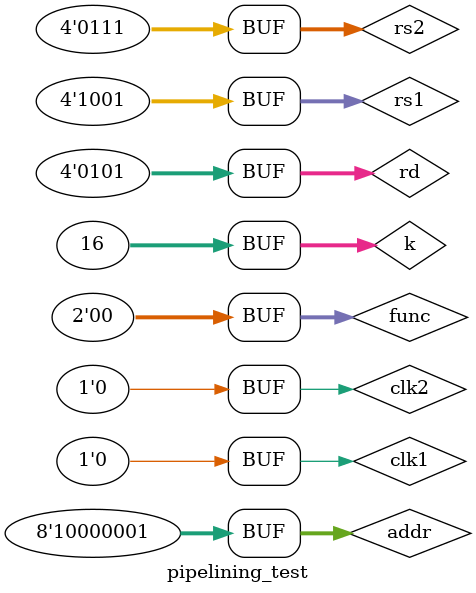
<source format=v>
module pipelining(rs1,rs2,rd,z,addr,func,clk1,clk2);
input clk1,clk2;
input [3:0] rs1,rs2,rd;
input [1:0] func;
input [7:0] addr;
output [15:0] z;
reg [15:0] L12_A,L12_B,L23_z,L34_z;
reg [3:0] L12_rd,L12_func,L23_rd;
reg [7:0] L12_addr,L23_addr,L34_addr;

reg [15:0] regbank [0:15];
reg [15:0] mem [0:255];

assign z = L34_z;
//stage1
always @(posedge clk1)
begin
L12_A <= #2 regbank[rs1];
L12_B <= #2 regbank[rs2];
L12_rd <= #2 rd;
L12_func <= #2 func;
L12_addr <= #2 addr;
end
//stage2
always @(negedge clk2)
begin
	case(func)
		0: L23_z <= #2 L12_A + L12_B;
		1: L23_z <= #2 L12_A - L12_B;
		2: L23_z <= #2 L12_A & L12_B;
		3: L23_z <= #2 L12_A ^ L12_B;
		default: L23_z <= #2 16'hxxxx;
	endcase
	L23_rd <= #2 L12_rd;
	L23_addr <= #2 L12_addr;
end
//stage3
always @(posedge clk1)
begin
regbank[L23_rd] <= #2 L23_z;
L34_z <= #2 L23_z;
L34_addr <= #2 L23_addr;
end
//stage4
always @(negedge clk2)
begin
mem[L34_addr] <= #2 L34_z;
end 
endmodule



module pipelining_test;

	// Inputs
	reg [3:0] rs1;
	reg [3:0] rs2;
	reg [3:0] rd;
	reg [7:0] addr;
	reg [1:0] func;
	reg clk1;
	reg clk2;

	// Outputs
	wire [15:0] z;
	integer k;

	// Instantiate the Unit Under Test (UUT)
	pipelining uut (
		.rs1(rs1), 
		.rs2(rs2), 
		.rd(rd), 
		.z(z), 
		.addr(addr), 
		.func(func), 
		.clk1(clk1), 
		.clk2(clk2)
	);

initial begin
// Initialize Inputs
	clk1=0;
	clk2=0;
	repeat(20)
		begin
		#5 clk1=1;
		#5 clk1=0;
		#5 clk2=1;
		#5 clk2=0;
		end
	end
	
	//initialize registers
	initial begin
	for(k=0;k<16;k=k+1)
	uut.regbank[k] = k;
   end
	
initial begin
#5 
rs1=5;
rs2=3;
rd=1;
func=0;
addr=125;
#20
rs1=6;
rs2=4;
rd=2;
func=1;
addr=126;
#20
rs1=7;
rs2=5;
rd=3;
func=0;
addr=127;
#20
rs1=8;
rs2=6;
rd=4;
func=1;
addr=128;
#20
rs1=9;
rs2=7;
rd=5;
func=0;
addr=129;
end
      
endmodule

</source>
